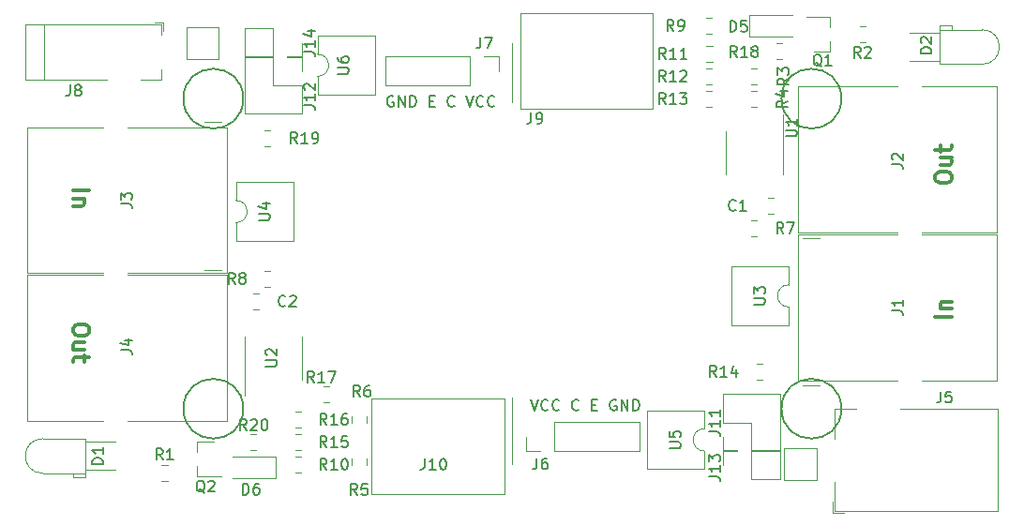
<source format=gbr>
%TF.GenerationSoftware,KiCad,Pcbnew,(5.1.6)-1*%
%TF.CreationDate,2021-04-28T12:41:24+02:00*%
%TF.ProjectId,combi_button,636f6d62-695f-4627-9574-746f6e2e6b69,rev?*%
%TF.SameCoordinates,Original*%
%TF.FileFunction,Legend,Top*%
%TF.FilePolarity,Positive*%
%FSLAX46Y46*%
G04 Gerber Fmt 4.6, Leading zero omitted, Abs format (unit mm)*
G04 Created by KiCad (PCBNEW (5.1.6)-1) date 2021-04-28 12:41:24*
%MOMM*%
%LPD*%
G01*
G04 APERTURE LIST*
%ADD10C,0.300000*%
%ADD11C,0.150000*%
%ADD12C,0.120000*%
%ADD13C,0.200000*%
%ADD14C,0.100000*%
G04 APERTURE END LIST*
D10*
X61821428Y-106750000D02*
X61821428Y-107035714D01*
X61750000Y-107178571D01*
X61607142Y-107321428D01*
X61321428Y-107392857D01*
X60821428Y-107392857D01*
X60535714Y-107321428D01*
X60392857Y-107178571D01*
X60321428Y-107035714D01*
X60321428Y-106750000D01*
X60392857Y-106607142D01*
X60535714Y-106464285D01*
X60821428Y-106392857D01*
X61321428Y-106392857D01*
X61607142Y-106464285D01*
X61750000Y-106607142D01*
X61821428Y-106750000D01*
X61321428Y-108678571D02*
X60321428Y-108678571D01*
X61321428Y-108035714D02*
X60535714Y-108035714D01*
X60392857Y-108107142D01*
X60321428Y-108250000D01*
X60321428Y-108464285D01*
X60392857Y-108607142D01*
X60464285Y-108678571D01*
X61321428Y-109178571D02*
X61321428Y-109750000D01*
X61821428Y-109392857D02*
X60535714Y-109392857D01*
X60392857Y-109464285D01*
X60321428Y-109607142D01*
X60321428Y-109750000D01*
X138178571Y-93250000D02*
X138178571Y-92964285D01*
X138250000Y-92821428D01*
X138392857Y-92678571D01*
X138678571Y-92607142D01*
X139178571Y-92607142D01*
X139464285Y-92678571D01*
X139607142Y-92821428D01*
X139678571Y-92964285D01*
X139678571Y-93250000D01*
X139607142Y-93392857D01*
X139464285Y-93535714D01*
X139178571Y-93607142D01*
X138678571Y-93607142D01*
X138392857Y-93535714D01*
X138250000Y-93392857D01*
X138178571Y-93250000D01*
X138678571Y-91321428D02*
X139678571Y-91321428D01*
X138678571Y-91964285D02*
X139464285Y-91964285D01*
X139607142Y-91892857D01*
X139678571Y-91750000D01*
X139678571Y-91535714D01*
X139607142Y-91392857D01*
X139535714Y-91321428D01*
X138678571Y-90821428D02*
X138678571Y-90250000D01*
X138178571Y-90607142D02*
X139464285Y-90607142D01*
X139607142Y-90535714D01*
X139678571Y-90392857D01*
X139678571Y-90250000D01*
X60321428Y-94321428D02*
X61821428Y-94321428D01*
X61321428Y-95035714D02*
X60321428Y-95035714D01*
X61178571Y-95035714D02*
X61250000Y-95107142D01*
X61321428Y-95250000D01*
X61321428Y-95464285D01*
X61250000Y-95607142D01*
X61107142Y-95678571D01*
X60321428Y-95678571D01*
X139678571Y-105678571D02*
X138178571Y-105678571D01*
X138678571Y-104964285D02*
X139678571Y-104964285D01*
X138821428Y-104964285D02*
X138750000Y-104892857D01*
X138678571Y-104750000D01*
X138678571Y-104535714D01*
X138750000Y-104392857D01*
X138892857Y-104321428D01*
X139678571Y-104321428D01*
D11*
X89237333Y-85784000D02*
X89142095Y-85736380D01*
X88999238Y-85736380D01*
X88856380Y-85784000D01*
X88761142Y-85879238D01*
X88713523Y-85974476D01*
X88665904Y-86164952D01*
X88665904Y-86307809D01*
X88713523Y-86498285D01*
X88761142Y-86593523D01*
X88856380Y-86688761D01*
X88999238Y-86736380D01*
X89094476Y-86736380D01*
X89237333Y-86688761D01*
X89284952Y-86641142D01*
X89284952Y-86307809D01*
X89094476Y-86307809D01*
X89713523Y-86736380D02*
X89713523Y-85736380D01*
X90284952Y-86736380D01*
X90284952Y-85736380D01*
X90761142Y-86736380D02*
X90761142Y-85736380D01*
X90999238Y-85736380D01*
X91142095Y-85784000D01*
X91237333Y-85879238D01*
X91284952Y-85974476D01*
X91332571Y-86164952D01*
X91332571Y-86307809D01*
X91284952Y-86498285D01*
X91237333Y-86593523D01*
X91142095Y-86688761D01*
X90999238Y-86736380D01*
X90761142Y-86736380D01*
X92523047Y-86212571D02*
X92856380Y-86212571D01*
X92999238Y-86736380D02*
X92523047Y-86736380D01*
X92523047Y-85736380D01*
X92999238Y-85736380D01*
X94761142Y-86641142D02*
X94713523Y-86688761D01*
X94570666Y-86736380D01*
X94475428Y-86736380D01*
X94332571Y-86688761D01*
X94237333Y-86593523D01*
X94189714Y-86498285D01*
X94142095Y-86307809D01*
X94142095Y-86164952D01*
X94189714Y-85974476D01*
X94237333Y-85879238D01*
X94332571Y-85784000D01*
X94475428Y-85736380D01*
X94570666Y-85736380D01*
X94713523Y-85784000D01*
X94761142Y-85831619D01*
X95808761Y-85736380D02*
X96142095Y-86736380D01*
X96475428Y-85736380D01*
X97380190Y-86641142D02*
X97332571Y-86688761D01*
X97189714Y-86736380D01*
X97094476Y-86736380D01*
X96951619Y-86688761D01*
X96856380Y-86593523D01*
X96808761Y-86498285D01*
X96761142Y-86307809D01*
X96761142Y-86164952D01*
X96808761Y-85974476D01*
X96856380Y-85879238D01*
X96951619Y-85784000D01*
X97094476Y-85736380D01*
X97189714Y-85736380D01*
X97332571Y-85784000D01*
X97380190Y-85831619D01*
X98380190Y-86641142D02*
X98332571Y-86688761D01*
X98189714Y-86736380D01*
X98094476Y-86736380D01*
X97951619Y-86688761D01*
X97856380Y-86593523D01*
X97808761Y-86498285D01*
X97761142Y-86307809D01*
X97761142Y-86164952D01*
X97808761Y-85974476D01*
X97856380Y-85879238D01*
X97951619Y-85784000D01*
X98094476Y-85736380D01*
X98189714Y-85736380D01*
X98332571Y-85784000D01*
X98380190Y-85831619D01*
X101651619Y-113168380D02*
X101984952Y-114168380D01*
X102318285Y-113168380D01*
X103223047Y-114073142D02*
X103175428Y-114120761D01*
X103032571Y-114168380D01*
X102937333Y-114168380D01*
X102794476Y-114120761D01*
X102699238Y-114025523D01*
X102651619Y-113930285D01*
X102604000Y-113739809D01*
X102604000Y-113596952D01*
X102651619Y-113406476D01*
X102699238Y-113311238D01*
X102794476Y-113216000D01*
X102937333Y-113168380D01*
X103032571Y-113168380D01*
X103175428Y-113216000D01*
X103223047Y-113263619D01*
X104223047Y-114073142D02*
X104175428Y-114120761D01*
X104032571Y-114168380D01*
X103937333Y-114168380D01*
X103794476Y-114120761D01*
X103699238Y-114025523D01*
X103651619Y-113930285D01*
X103604000Y-113739809D01*
X103604000Y-113596952D01*
X103651619Y-113406476D01*
X103699238Y-113311238D01*
X103794476Y-113216000D01*
X103937333Y-113168380D01*
X104032571Y-113168380D01*
X104175428Y-113216000D01*
X104223047Y-113263619D01*
X105984952Y-114073142D02*
X105937333Y-114120761D01*
X105794476Y-114168380D01*
X105699238Y-114168380D01*
X105556380Y-114120761D01*
X105461142Y-114025523D01*
X105413523Y-113930285D01*
X105365904Y-113739809D01*
X105365904Y-113596952D01*
X105413523Y-113406476D01*
X105461142Y-113311238D01*
X105556380Y-113216000D01*
X105699238Y-113168380D01*
X105794476Y-113168380D01*
X105937333Y-113216000D01*
X105984952Y-113263619D01*
X107175428Y-113644571D02*
X107508761Y-113644571D01*
X107651619Y-114168380D02*
X107175428Y-114168380D01*
X107175428Y-113168380D01*
X107651619Y-113168380D01*
X109365904Y-113216000D02*
X109270666Y-113168380D01*
X109127809Y-113168380D01*
X108984952Y-113216000D01*
X108889714Y-113311238D01*
X108842095Y-113406476D01*
X108794476Y-113596952D01*
X108794476Y-113739809D01*
X108842095Y-113930285D01*
X108889714Y-114025523D01*
X108984952Y-114120761D01*
X109127809Y-114168380D01*
X109223047Y-114168380D01*
X109365904Y-114120761D01*
X109413523Y-114073142D01*
X109413523Y-113739809D01*
X109223047Y-113739809D01*
X109842095Y-114168380D02*
X109842095Y-113168380D01*
X110413523Y-114168380D01*
X110413523Y-113168380D01*
X110889714Y-114168380D02*
X110889714Y-113168380D01*
X111127809Y-113168380D01*
X111270666Y-113216000D01*
X111365904Y-113311238D01*
X111413523Y-113406476D01*
X111461142Y-113596952D01*
X111461142Y-113739809D01*
X111413523Y-113930285D01*
X111365904Y-114025523D01*
X111270666Y-114120761D01*
X111127809Y-114168380D01*
X110889714Y-114168380D01*
D12*
X100000000Y-113000000D02*
X100000000Y-119000000D01*
X100000000Y-86284000D02*
X100000000Y-81000000D01*
D13*
X129700000Y-86000000D02*
G75*
G03*
X129700000Y-86000000I-2700000J0D01*
G01*
X129700000Y-114000000D02*
G75*
G03*
X129700000Y-114000000I-2700000J0D01*
G01*
X75700000Y-114000000D02*
G75*
G03*
X75700000Y-114000000I-2700000J0D01*
G01*
X75700000Y-86000000D02*
G75*
G03*
X75700000Y-86000000I-2700000J0D01*
G01*
D12*
%TO.C,R20*%
X76893252Y-117728000D02*
X76370748Y-117728000D01*
X76893252Y-116308000D02*
X76370748Y-116308000D01*
%TO.C,D6*%
X78628000Y-120304000D02*
X78628000Y-118304000D01*
X78628000Y-118304000D02*
X74728000Y-118304000D01*
X78628000Y-120304000D02*
X74728000Y-120304000D01*
%TO.C,U6*%
X82414000Y-83982000D02*
X82414000Y-85632000D01*
X82414000Y-85632000D02*
X87614000Y-85632000D01*
X87614000Y-85632000D02*
X87614000Y-80332000D01*
X87614000Y-80332000D02*
X82414000Y-80332000D01*
X82414000Y-80332000D02*
X82414000Y-81982000D01*
X82414000Y-81982000D02*
G75*
G02*
X82414000Y-83982000I0J-1000000D01*
G01*
%TO.C,R19*%
X78163252Y-90296000D02*
X77640748Y-90296000D01*
X78163252Y-88876000D02*
X77640748Y-88876000D01*
%TO.C,J14*%
X78410000Y-79620000D02*
X78410000Y-82280000D01*
X78410000Y-79620000D02*
X75810000Y-79620000D01*
X75810000Y-79620000D02*
X75810000Y-82280000D01*
X78410000Y-82280000D02*
X75810000Y-82280000D01*
X81010000Y-82280000D02*
X79680000Y-82280000D01*
X81010000Y-80950000D02*
X81010000Y-82280000D01*
%TO.C,J13*%
X121590000Y-120380000D02*
X121590000Y-117720000D01*
X121590000Y-120380000D02*
X124190000Y-120380000D01*
X124190000Y-120380000D02*
X124190000Y-117720000D01*
X121590000Y-117720000D02*
X124190000Y-117720000D01*
X118990000Y-117720000D02*
X120320000Y-117720000D01*
X118990000Y-119050000D02*
X118990000Y-117720000D01*
%TO.C,R18*%
X123868748Y-81002000D02*
X124391252Y-81002000D01*
X123868748Y-82422000D02*
X124391252Y-82422000D01*
%TO.C,D5*%
X121372000Y-78426000D02*
X121372000Y-80426000D01*
X121372000Y-80426000D02*
X125272000Y-80426000D01*
X121372000Y-78426000D02*
X125272000Y-78426000D01*
%TO.C,J6*%
X101210000Y-117840000D02*
X101210000Y-116510000D01*
X102540000Y-117840000D02*
X101210000Y-117840000D01*
X103810000Y-117840000D02*
X103810000Y-115180000D01*
X103810000Y-115180000D02*
X111490000Y-115180000D01*
X103810000Y-117840000D02*
X111490000Y-117840000D01*
X111490000Y-117840000D02*
X111490000Y-115180000D01*
%TO.C,REF\u002A\u002A*%
X70550000Y-82450000D02*
X70550000Y-79550000D01*
X73450000Y-82450000D02*
X70550000Y-82450000D01*
X73450000Y-79550000D02*
X73450000Y-82450000D01*
X70550000Y-79550000D02*
X73450000Y-79550000D01*
X124550000Y-120450000D02*
X124550000Y-117550000D01*
X127450000Y-120450000D02*
X124550000Y-120450000D01*
X127450000Y-117550000D02*
X127450000Y-120450000D01*
X124550000Y-117550000D02*
X127450000Y-117550000D01*
%TO.C,J12*%
X81010000Y-82160000D02*
X81010000Y-83490000D01*
X79680000Y-82160000D02*
X81010000Y-82160000D01*
X81010000Y-84760000D02*
X81010000Y-87360000D01*
X78410000Y-84760000D02*
X81010000Y-84760000D01*
X78410000Y-82160000D02*
X78410000Y-84760000D01*
X81010000Y-87360000D02*
X75810000Y-87360000D01*
X78410000Y-82160000D02*
X75810000Y-82160000D01*
X75810000Y-82160000D02*
X75810000Y-87360000D01*
%TO.C,J11*%
X118990000Y-117840000D02*
X118990000Y-116510000D01*
X120320000Y-117840000D02*
X118990000Y-117840000D01*
X118990000Y-115240000D02*
X118990000Y-112640000D01*
X121590000Y-115240000D02*
X118990000Y-115240000D01*
X121590000Y-117840000D02*
X121590000Y-115240000D01*
X118990000Y-112640000D02*
X124190000Y-112640000D01*
X121590000Y-117840000D02*
X124190000Y-117840000D01*
X124190000Y-117840000D02*
X124190000Y-112640000D01*
%TO.C,R17*%
X82974748Y-111990000D02*
X83497252Y-111990000D01*
X82974748Y-113410000D02*
X83497252Y-113410000D01*
%TO.C,R16*%
X80434748Y-115696000D02*
X80957252Y-115696000D01*
X80434748Y-114276000D02*
X80957252Y-114276000D01*
%TO.C,R15*%
X80434748Y-116308000D02*
X80957252Y-116308000D01*
X80434748Y-117728000D02*
X80957252Y-117728000D01*
%TO.C,J10*%
X87300000Y-113100000D02*
X87300000Y-121700000D01*
X99300000Y-113100000D02*
X87300000Y-113100000D01*
X99300000Y-121700000D02*
X99300000Y-113100000D01*
X87300000Y-121700000D02*
X99300000Y-121700000D01*
%TO.C,J9*%
X112700000Y-86900000D02*
X112700000Y-78300000D01*
X100700000Y-86900000D02*
X112700000Y-86900000D01*
X100700000Y-78300000D02*
X100700000Y-86900000D01*
X112700000Y-78300000D02*
X100700000Y-78300000D01*
%TO.C,U5*%
X117330000Y-119460000D02*
X117330000Y-117810000D01*
X112130000Y-119460000D02*
X117330000Y-119460000D01*
X112130000Y-114160000D02*
X112130000Y-119460000D01*
X117330000Y-114160000D02*
X112130000Y-114160000D01*
X117330000Y-115810000D02*
X117330000Y-114160000D01*
X117330000Y-117810000D02*
G75*
G02*
X117330000Y-115810000I0J1000000D01*
G01*
%TO.C,R14*%
X122090748Y-109958000D02*
X122613252Y-109958000D01*
X122090748Y-111378000D02*
X122613252Y-111378000D01*
%TO.C,R13*%
X117509748Y-86740000D02*
X118032252Y-86740000D01*
X117509748Y-85320000D02*
X118032252Y-85320000D01*
%TO.C,R12*%
X118032252Y-83288000D02*
X117509748Y-83288000D01*
X118032252Y-84708000D02*
X117509748Y-84708000D01*
%TO.C,R11*%
X117527748Y-82676000D02*
X118050252Y-82676000D01*
X117527748Y-81256000D02*
X118050252Y-81256000D01*
%TO.C,R10*%
X80434748Y-119760000D02*
X80957252Y-119760000D01*
X80434748Y-118340000D02*
X80957252Y-118340000D01*
%TO.C,R9*%
X118032252Y-78716000D02*
X117509748Y-78716000D01*
X118032252Y-80136000D02*
X117509748Y-80136000D01*
%TO.C,R8*%
X78163252Y-102996000D02*
X77640748Y-102996000D01*
X78163252Y-101576000D02*
X77640748Y-101576000D01*
%TO.C,R7*%
X121582748Y-97004000D02*
X122105252Y-97004000D01*
X121582748Y-98424000D02*
X122105252Y-98424000D01*
%TO.C,Q2*%
X71554000Y-116962000D02*
X71554000Y-117892000D01*
X71554000Y-120122000D02*
X71554000Y-119192000D01*
X71554000Y-120122000D02*
X73714000Y-120122000D01*
X71554000Y-116962000D02*
X73014000Y-116962000D01*
%TO.C,Q1*%
X128700000Y-81768000D02*
X128700000Y-80838000D01*
X128700000Y-78608000D02*
X128700000Y-79538000D01*
X128700000Y-78608000D02*
X126540000Y-78608000D01*
X128700000Y-81768000D02*
X127240000Y-81768000D01*
%TO.C,U4*%
X75048000Y-97190000D02*
X75048000Y-98840000D01*
X75048000Y-98840000D02*
X80248000Y-98840000D01*
X80248000Y-98840000D02*
X80248000Y-93540000D01*
X80248000Y-93540000D02*
X75048000Y-93540000D01*
X75048000Y-93540000D02*
X75048000Y-95190000D01*
X75048000Y-95190000D02*
G75*
G02*
X75048000Y-97190000I0J-1000000D01*
G01*
%TO.C,U3*%
X124952000Y-102810000D02*
X124952000Y-101160000D01*
X124952000Y-101160000D02*
X119752000Y-101160000D01*
X119752000Y-101160000D02*
X119752000Y-106460000D01*
X119752000Y-106460000D02*
X124952000Y-106460000D01*
X124952000Y-106460000D02*
X124952000Y-104810000D01*
X124952000Y-104810000D02*
G75*
G02*
X124952000Y-102810000I0J1000000D01*
G01*
%TO.C,U2*%
X80970000Y-109398000D02*
X80970000Y-107448000D01*
X80970000Y-109398000D02*
X80970000Y-111348000D01*
X75850000Y-109398000D02*
X75850000Y-107448000D01*
X75850000Y-109398000D02*
X75850000Y-112848000D01*
%TO.C,C2*%
X76624748Y-103608000D02*
X77147252Y-103608000D01*
X76624748Y-105028000D02*
X77147252Y-105028000D01*
%TO.C,U1*%
X119284000Y-90856000D02*
X119284000Y-92806000D01*
X119284000Y-90856000D02*
X119284000Y-88906000D01*
X124404000Y-90856000D02*
X124404000Y-92806000D01*
X124404000Y-90856000D02*
X124404000Y-87406000D01*
%TO.C,C1*%
X123629252Y-96392000D02*
X123106748Y-96392000D01*
X123629252Y-94972000D02*
X123106748Y-94972000D01*
%TO.C,R6*%
X85447000Y-115247252D02*
X85447000Y-114724748D01*
X86867000Y-115247252D02*
X86867000Y-114724748D01*
%TO.C,R5*%
X85447000Y-119057252D02*
X85447000Y-118534748D01*
X86867000Y-119057252D02*
X86867000Y-118534748D01*
%TO.C,R4*%
X122105252Y-86740000D02*
X121582748Y-86740000D01*
X122105252Y-85320000D02*
X121582748Y-85320000D01*
%TO.C,R3*%
X121573748Y-83288000D02*
X122096252Y-83288000D01*
X121573748Y-84708000D02*
X122096252Y-84708000D01*
%TO.C,R2*%
X131861252Y-80910000D02*
X131338748Y-80910000D01*
X131861252Y-79490000D02*
X131338748Y-79490000D01*
%TO.C,R1*%
X68338748Y-119090000D02*
X68861252Y-119090000D01*
X68338748Y-120510000D02*
X68861252Y-120510000D01*
%TO.C,D2*%
X138550000Y-82890000D02*
X142410000Y-82890000D01*
X138550000Y-79770000D02*
X142410000Y-79770000D01*
X138550000Y-82890000D02*
X138550000Y-79770000D01*
X138550000Y-79370000D02*
X139670000Y-79370000D01*
X139670000Y-79370000D02*
X139670000Y-79770000D01*
X139670000Y-79770000D02*
X138550000Y-79770000D01*
X138550000Y-79770000D02*
X138550000Y-79370000D01*
X135880000Y-82600000D02*
X138550000Y-82600000D01*
X138550000Y-82600000D02*
X138550000Y-82600000D01*
X138550000Y-82600000D02*
X135880000Y-82600000D01*
X135880000Y-82600000D02*
X135880000Y-82600000D01*
X135880000Y-80060000D02*
X138550000Y-80060000D01*
X138550000Y-80060000D02*
X138550000Y-80060000D01*
X138550000Y-80060000D02*
X135880000Y-80060000D01*
X135880000Y-80060000D02*
X135880000Y-80060000D01*
X142410000Y-79770000D02*
G75*
G02*
X142410000Y-82890000I0J-1560000D01*
G01*
%TO.C,D1*%
X61450000Y-116710000D02*
X57590000Y-116710000D01*
X61450000Y-119830000D02*
X57590000Y-119830000D01*
X61450000Y-116710000D02*
X61450000Y-119830000D01*
X61450000Y-120230000D02*
X60330000Y-120230000D01*
X60330000Y-120230000D02*
X60330000Y-119830000D01*
X60330000Y-119830000D02*
X61450000Y-119830000D01*
X61450000Y-119830000D02*
X61450000Y-120230000D01*
X64120000Y-117000000D02*
X61450000Y-117000000D01*
X61450000Y-117000000D02*
X61450000Y-117000000D01*
X61450000Y-117000000D02*
X64120000Y-117000000D01*
X64120000Y-117000000D02*
X64120000Y-117000000D01*
X64120000Y-119540000D02*
X61450000Y-119540000D01*
X61450000Y-119540000D02*
X61450000Y-119540000D01*
X61450000Y-119540000D02*
X64120000Y-119540000D01*
X64120000Y-119540000D02*
X64120000Y-119540000D01*
X57590000Y-119830000D02*
G75*
G02*
X57590000Y-116710000I0J1560000D01*
G01*
%TO.C,J8*%
X68500000Y-79100000D02*
X68500000Y-79900000D01*
X68500000Y-79100000D02*
X67700000Y-79100000D01*
X63400000Y-84300000D02*
X56000000Y-84300000D01*
X56000000Y-84300000D02*
X56000000Y-79300000D01*
X68300000Y-83400000D02*
X68300000Y-84300000D01*
X68300000Y-84300000D02*
X66400000Y-84300000D01*
X56000000Y-79300000D02*
X68300000Y-79300000D01*
X68300000Y-79300000D02*
X68300000Y-80200000D01*
X57700000Y-84300000D02*
X57700000Y-79300000D01*
%TO.C,J7*%
X98790000Y-82160000D02*
X98790000Y-83490000D01*
X97460000Y-82160000D02*
X98790000Y-82160000D01*
X96190000Y-82160000D02*
X96190000Y-84820000D01*
X96190000Y-84820000D02*
X88510000Y-84820000D01*
X96190000Y-82160000D02*
X88510000Y-82160000D01*
X88510000Y-82160000D02*
X88510000Y-84820000D01*
%TO.C,J5*%
X128900000Y-122350000D02*
X128900000Y-123400000D01*
X129950000Y-123400000D02*
X128900000Y-123400000D01*
X135000000Y-114000000D02*
X143800000Y-114000000D01*
X143800000Y-114000000D02*
X143800000Y-123200000D01*
X129100000Y-116700000D02*
X129100000Y-114000000D01*
X129100000Y-114000000D02*
X131000000Y-114000000D01*
X143800000Y-123200000D02*
X129100000Y-123200000D01*
X129100000Y-123200000D02*
X129100000Y-120600000D01*
%TO.C,J4*%
X72230000Y-101435000D02*
X73760000Y-101435000D01*
X65210000Y-101905000D02*
X74230000Y-101905000D01*
D14*
X65280000Y-101905000D02*
X65210000Y-101905000D01*
D12*
X56230000Y-101905000D02*
X63010000Y-101905000D01*
X56230000Y-115105000D02*
X56230000Y-101905000D01*
D14*
X56240000Y-115105000D02*
X56230000Y-115105000D01*
D12*
X56230000Y-115105000D02*
X63010000Y-115105000D01*
D14*
X56350000Y-115105000D02*
X56230000Y-115105000D01*
D12*
X74230000Y-115105000D02*
X65210000Y-115105000D01*
X74230000Y-101905000D02*
X74230000Y-115105000D01*
%TO.C,J3*%
X72230000Y-88100000D02*
X73760000Y-88100000D01*
X65210000Y-88570000D02*
X74230000Y-88570000D01*
D14*
X65280000Y-88570000D02*
X65210000Y-88570000D01*
D12*
X56230000Y-88570000D02*
X63010000Y-88570000D01*
X56230000Y-101770000D02*
X56230000Y-88570000D01*
D14*
X56240000Y-101770000D02*
X56230000Y-101770000D01*
D12*
X56230000Y-101770000D02*
X63010000Y-101770000D01*
D14*
X56350000Y-101770000D02*
X56230000Y-101770000D01*
D12*
X74230000Y-101770000D02*
X65210000Y-101770000D01*
X74230000Y-88570000D02*
X74230000Y-101770000D01*
%TO.C,J2*%
X127770000Y-98565000D02*
X126240000Y-98565000D01*
X134790000Y-98095000D02*
X125770000Y-98095000D01*
D14*
X134720000Y-98095000D02*
X134790000Y-98095000D01*
D12*
X143770000Y-98095000D02*
X136990000Y-98095000D01*
X143770000Y-84895000D02*
X143770000Y-98095000D01*
D14*
X143760000Y-84895000D02*
X143770000Y-84895000D01*
D12*
X143770000Y-84895000D02*
X136990000Y-84895000D01*
D14*
X143650000Y-84895000D02*
X143770000Y-84895000D01*
D12*
X125770000Y-84895000D02*
X134790000Y-84895000D01*
X125770000Y-98095000D02*
X125770000Y-84895000D01*
%TO.C,J1*%
X127770000Y-111900000D02*
X126240000Y-111900000D01*
X134790000Y-111430000D02*
X125770000Y-111430000D01*
D14*
X134720000Y-111430000D02*
X134790000Y-111430000D01*
D12*
X143770000Y-111430000D02*
X136990000Y-111430000D01*
X143770000Y-98230000D02*
X143770000Y-111430000D01*
D14*
X143760000Y-98230000D02*
X143770000Y-98230000D01*
D12*
X143770000Y-98230000D02*
X136990000Y-98230000D01*
D14*
X143650000Y-98230000D02*
X143770000Y-98230000D01*
D12*
X125770000Y-98230000D02*
X134790000Y-98230000D01*
X125770000Y-111430000D02*
X125770000Y-98230000D01*
%TO.C,R20*%
D11*
X75989142Y-115946380D02*
X75655809Y-115470190D01*
X75417714Y-115946380D02*
X75417714Y-114946380D01*
X75798666Y-114946380D01*
X75893904Y-114994000D01*
X75941523Y-115041619D01*
X75989142Y-115136857D01*
X75989142Y-115279714D01*
X75941523Y-115374952D01*
X75893904Y-115422571D01*
X75798666Y-115470190D01*
X75417714Y-115470190D01*
X76370095Y-115041619D02*
X76417714Y-114994000D01*
X76512952Y-114946380D01*
X76751047Y-114946380D01*
X76846285Y-114994000D01*
X76893904Y-115041619D01*
X76941523Y-115136857D01*
X76941523Y-115232095D01*
X76893904Y-115374952D01*
X76322476Y-115946380D01*
X76941523Y-115946380D01*
X77560571Y-114946380D02*
X77655809Y-114946380D01*
X77751047Y-114994000D01*
X77798666Y-115041619D01*
X77846285Y-115136857D01*
X77893904Y-115327333D01*
X77893904Y-115565428D01*
X77846285Y-115755904D01*
X77798666Y-115851142D01*
X77751047Y-115898761D01*
X77655809Y-115946380D01*
X77560571Y-115946380D01*
X77465333Y-115898761D01*
X77417714Y-115851142D01*
X77370095Y-115755904D01*
X77322476Y-115565428D01*
X77322476Y-115327333D01*
X77370095Y-115136857D01*
X77417714Y-115041619D01*
X77465333Y-114994000D01*
X77560571Y-114946380D01*
%TO.C,D6*%
X75639904Y-121756380D02*
X75639904Y-120756380D01*
X75878000Y-120756380D01*
X76020857Y-120804000D01*
X76116095Y-120899238D01*
X76163714Y-120994476D01*
X76211333Y-121184952D01*
X76211333Y-121327809D01*
X76163714Y-121518285D01*
X76116095Y-121613523D01*
X76020857Y-121708761D01*
X75878000Y-121756380D01*
X75639904Y-121756380D01*
X77068476Y-120756380D02*
X76878000Y-120756380D01*
X76782761Y-120804000D01*
X76735142Y-120851619D01*
X76639904Y-120994476D01*
X76592285Y-121184952D01*
X76592285Y-121565904D01*
X76639904Y-121661142D01*
X76687523Y-121708761D01*
X76782761Y-121756380D01*
X76973238Y-121756380D01*
X77068476Y-121708761D01*
X77116095Y-121661142D01*
X77163714Y-121565904D01*
X77163714Y-121327809D01*
X77116095Y-121232571D01*
X77068476Y-121184952D01*
X76973238Y-121137333D01*
X76782761Y-121137333D01*
X76687523Y-121184952D01*
X76639904Y-121232571D01*
X76592285Y-121327809D01*
%TO.C,U6*%
X84212380Y-83743904D02*
X85021904Y-83743904D01*
X85117142Y-83696285D01*
X85164761Y-83648666D01*
X85212380Y-83553428D01*
X85212380Y-83362952D01*
X85164761Y-83267714D01*
X85117142Y-83220095D01*
X85021904Y-83172476D01*
X84212380Y-83172476D01*
X84212380Y-82267714D02*
X84212380Y-82458190D01*
X84260000Y-82553428D01*
X84307619Y-82601047D01*
X84450476Y-82696285D01*
X84640952Y-82743904D01*
X85021904Y-82743904D01*
X85117142Y-82696285D01*
X85164761Y-82648666D01*
X85212380Y-82553428D01*
X85212380Y-82362952D01*
X85164761Y-82267714D01*
X85117142Y-82220095D01*
X85021904Y-82172476D01*
X84783809Y-82172476D01*
X84688571Y-82220095D01*
X84640952Y-82267714D01*
X84593333Y-82362952D01*
X84593333Y-82553428D01*
X84640952Y-82648666D01*
X84688571Y-82696285D01*
X84783809Y-82743904D01*
%TO.C,R19*%
X80561142Y-90038380D02*
X80227809Y-89562190D01*
X79989714Y-90038380D02*
X79989714Y-89038380D01*
X80370666Y-89038380D01*
X80465904Y-89086000D01*
X80513523Y-89133619D01*
X80561142Y-89228857D01*
X80561142Y-89371714D01*
X80513523Y-89466952D01*
X80465904Y-89514571D01*
X80370666Y-89562190D01*
X79989714Y-89562190D01*
X81513523Y-90038380D02*
X80942095Y-90038380D01*
X81227809Y-90038380D02*
X81227809Y-89038380D01*
X81132571Y-89181238D01*
X81037333Y-89276476D01*
X80942095Y-89324095D01*
X81989714Y-90038380D02*
X82180190Y-90038380D01*
X82275428Y-89990761D01*
X82323047Y-89943142D01*
X82418285Y-89800285D01*
X82465904Y-89609809D01*
X82465904Y-89228857D01*
X82418285Y-89133619D01*
X82370666Y-89086000D01*
X82275428Y-89038380D01*
X82084952Y-89038380D01*
X81989714Y-89086000D01*
X81942095Y-89133619D01*
X81894476Y-89228857D01*
X81894476Y-89466952D01*
X81942095Y-89562190D01*
X81989714Y-89609809D01*
X82084952Y-89657428D01*
X82275428Y-89657428D01*
X82370666Y-89609809D01*
X82418285Y-89562190D01*
X82465904Y-89466952D01*
%TO.C,J14*%
X81164380Y-81759523D02*
X81878666Y-81759523D01*
X82021523Y-81807142D01*
X82116761Y-81902380D01*
X82164380Y-82045238D01*
X82164380Y-82140476D01*
X82164380Y-80759523D02*
X82164380Y-81330952D01*
X82164380Y-81045238D02*
X81164380Y-81045238D01*
X81307238Y-81140476D01*
X81402476Y-81235714D01*
X81450095Y-81330952D01*
X81497714Y-79902380D02*
X82164380Y-79902380D01*
X81116761Y-80140476D02*
X81831047Y-80378571D01*
X81831047Y-79759523D01*
%TO.C,J13*%
X117740380Y-120113523D02*
X118454666Y-120113523D01*
X118597523Y-120161142D01*
X118692761Y-120256380D01*
X118740380Y-120399238D01*
X118740380Y-120494476D01*
X118740380Y-119113523D02*
X118740380Y-119684952D01*
X118740380Y-119399238D02*
X117740380Y-119399238D01*
X117883238Y-119494476D01*
X117978476Y-119589714D01*
X118026095Y-119684952D01*
X117740380Y-118780190D02*
X117740380Y-118161142D01*
X118121333Y-118494476D01*
X118121333Y-118351619D01*
X118168952Y-118256380D01*
X118216571Y-118208761D01*
X118311809Y-118161142D01*
X118549904Y-118161142D01*
X118645142Y-118208761D01*
X118692761Y-118256380D01*
X118740380Y-118351619D01*
X118740380Y-118637333D01*
X118692761Y-118732571D01*
X118645142Y-118780190D01*
%TO.C,R18*%
X120261142Y-82240380D02*
X119927809Y-81764190D01*
X119689714Y-82240380D02*
X119689714Y-81240380D01*
X120070666Y-81240380D01*
X120165904Y-81288000D01*
X120213523Y-81335619D01*
X120261142Y-81430857D01*
X120261142Y-81573714D01*
X120213523Y-81668952D01*
X120165904Y-81716571D01*
X120070666Y-81764190D01*
X119689714Y-81764190D01*
X121213523Y-82240380D02*
X120642095Y-82240380D01*
X120927809Y-82240380D02*
X120927809Y-81240380D01*
X120832571Y-81383238D01*
X120737333Y-81478476D01*
X120642095Y-81526095D01*
X121784952Y-81668952D02*
X121689714Y-81621333D01*
X121642095Y-81573714D01*
X121594476Y-81478476D01*
X121594476Y-81430857D01*
X121642095Y-81335619D01*
X121689714Y-81288000D01*
X121784952Y-81240380D01*
X121975428Y-81240380D01*
X122070666Y-81288000D01*
X122118285Y-81335619D01*
X122165904Y-81430857D01*
X122165904Y-81478476D01*
X122118285Y-81573714D01*
X122070666Y-81621333D01*
X121975428Y-81668952D01*
X121784952Y-81668952D01*
X121689714Y-81716571D01*
X121642095Y-81764190D01*
X121594476Y-81859428D01*
X121594476Y-82049904D01*
X121642095Y-82145142D01*
X121689714Y-82192761D01*
X121784952Y-82240380D01*
X121975428Y-82240380D01*
X122070666Y-82192761D01*
X122118285Y-82145142D01*
X122165904Y-82049904D01*
X122165904Y-81859428D01*
X122118285Y-81764190D01*
X122070666Y-81716571D01*
X121975428Y-81668952D01*
%TO.C,D5*%
X119657904Y-79954380D02*
X119657904Y-78954380D01*
X119896000Y-78954380D01*
X120038857Y-79002000D01*
X120134095Y-79097238D01*
X120181714Y-79192476D01*
X120229333Y-79382952D01*
X120229333Y-79525809D01*
X120181714Y-79716285D01*
X120134095Y-79811523D01*
X120038857Y-79906761D01*
X119896000Y-79954380D01*
X119657904Y-79954380D01*
X121134095Y-78954380D02*
X120657904Y-78954380D01*
X120610285Y-79430571D01*
X120657904Y-79382952D01*
X120753142Y-79335333D01*
X120991238Y-79335333D01*
X121086476Y-79382952D01*
X121134095Y-79430571D01*
X121181714Y-79525809D01*
X121181714Y-79763904D01*
X121134095Y-79859142D01*
X121086476Y-79906761D01*
X120991238Y-79954380D01*
X120753142Y-79954380D01*
X120657904Y-79906761D01*
X120610285Y-79859142D01*
%TO.C,J6*%
X102206666Y-118462380D02*
X102206666Y-119176666D01*
X102159047Y-119319523D01*
X102063809Y-119414761D01*
X101920952Y-119462380D01*
X101825714Y-119462380D01*
X103111428Y-118462380D02*
X102920952Y-118462380D01*
X102825714Y-118510000D01*
X102778095Y-118557619D01*
X102682857Y-118700476D01*
X102635238Y-118890952D01*
X102635238Y-119271904D01*
X102682857Y-119367142D01*
X102730476Y-119414761D01*
X102825714Y-119462380D01*
X103016190Y-119462380D01*
X103111428Y-119414761D01*
X103159047Y-119367142D01*
X103206666Y-119271904D01*
X103206666Y-119033809D01*
X103159047Y-118938571D01*
X103111428Y-118890952D01*
X103016190Y-118843333D01*
X102825714Y-118843333D01*
X102730476Y-118890952D01*
X102682857Y-118938571D01*
X102635238Y-119033809D01*
%TO.C,J12*%
X81164380Y-86585523D02*
X81878666Y-86585523D01*
X82021523Y-86633142D01*
X82116761Y-86728380D01*
X82164380Y-86871238D01*
X82164380Y-86966476D01*
X82164380Y-85585523D02*
X82164380Y-86156952D01*
X82164380Y-85871238D02*
X81164380Y-85871238D01*
X81307238Y-85966476D01*
X81402476Y-86061714D01*
X81450095Y-86156952D01*
X81259619Y-85204571D02*
X81212000Y-85156952D01*
X81164380Y-85061714D01*
X81164380Y-84823619D01*
X81212000Y-84728380D01*
X81259619Y-84680761D01*
X81354857Y-84633142D01*
X81450095Y-84633142D01*
X81592952Y-84680761D01*
X82164380Y-85252190D01*
X82164380Y-84633142D01*
%TO.C,J11*%
X117740380Y-116049523D02*
X118454666Y-116049523D01*
X118597523Y-116097142D01*
X118692761Y-116192380D01*
X118740380Y-116335238D01*
X118740380Y-116430476D01*
X118740380Y-115049523D02*
X118740380Y-115620952D01*
X118740380Y-115335238D02*
X117740380Y-115335238D01*
X117883238Y-115430476D01*
X117978476Y-115525714D01*
X118026095Y-115620952D01*
X118740380Y-114097142D02*
X118740380Y-114668571D01*
X118740380Y-114382857D02*
X117740380Y-114382857D01*
X117883238Y-114478095D01*
X117978476Y-114573333D01*
X118026095Y-114668571D01*
%TO.C,R17*%
X82085142Y-111628380D02*
X81751809Y-111152190D01*
X81513714Y-111628380D02*
X81513714Y-110628380D01*
X81894666Y-110628380D01*
X81989904Y-110676000D01*
X82037523Y-110723619D01*
X82085142Y-110818857D01*
X82085142Y-110961714D01*
X82037523Y-111056952D01*
X81989904Y-111104571D01*
X81894666Y-111152190D01*
X81513714Y-111152190D01*
X83037523Y-111628380D02*
X82466095Y-111628380D01*
X82751809Y-111628380D02*
X82751809Y-110628380D01*
X82656571Y-110771238D01*
X82561333Y-110866476D01*
X82466095Y-110914095D01*
X83370857Y-110628380D02*
X84037523Y-110628380D01*
X83608952Y-111628380D01*
%TO.C,R16*%
X83228142Y-115438380D02*
X82894809Y-114962190D01*
X82656714Y-115438380D02*
X82656714Y-114438380D01*
X83037666Y-114438380D01*
X83132904Y-114486000D01*
X83180523Y-114533619D01*
X83228142Y-114628857D01*
X83228142Y-114771714D01*
X83180523Y-114866952D01*
X83132904Y-114914571D01*
X83037666Y-114962190D01*
X82656714Y-114962190D01*
X84180523Y-115438380D02*
X83609095Y-115438380D01*
X83894809Y-115438380D02*
X83894809Y-114438380D01*
X83799571Y-114581238D01*
X83704333Y-114676476D01*
X83609095Y-114724095D01*
X85037666Y-114438380D02*
X84847190Y-114438380D01*
X84751952Y-114486000D01*
X84704333Y-114533619D01*
X84609095Y-114676476D01*
X84561476Y-114866952D01*
X84561476Y-115247904D01*
X84609095Y-115343142D01*
X84656714Y-115390761D01*
X84751952Y-115438380D01*
X84942428Y-115438380D01*
X85037666Y-115390761D01*
X85085285Y-115343142D01*
X85132904Y-115247904D01*
X85132904Y-115009809D01*
X85085285Y-114914571D01*
X85037666Y-114866952D01*
X84942428Y-114819333D01*
X84751952Y-114819333D01*
X84656714Y-114866952D01*
X84609095Y-114914571D01*
X84561476Y-115009809D01*
%TO.C,R15*%
X83228142Y-117470380D02*
X82894809Y-116994190D01*
X82656714Y-117470380D02*
X82656714Y-116470380D01*
X83037666Y-116470380D01*
X83132904Y-116518000D01*
X83180523Y-116565619D01*
X83228142Y-116660857D01*
X83228142Y-116803714D01*
X83180523Y-116898952D01*
X83132904Y-116946571D01*
X83037666Y-116994190D01*
X82656714Y-116994190D01*
X84180523Y-117470380D02*
X83609095Y-117470380D01*
X83894809Y-117470380D02*
X83894809Y-116470380D01*
X83799571Y-116613238D01*
X83704333Y-116708476D01*
X83609095Y-116756095D01*
X85085285Y-116470380D02*
X84609095Y-116470380D01*
X84561476Y-116946571D01*
X84609095Y-116898952D01*
X84704333Y-116851333D01*
X84942428Y-116851333D01*
X85037666Y-116898952D01*
X85085285Y-116946571D01*
X85132904Y-117041809D01*
X85132904Y-117279904D01*
X85085285Y-117375142D01*
X85037666Y-117422761D01*
X84942428Y-117470380D01*
X84704333Y-117470380D01*
X84609095Y-117422761D01*
X84561476Y-117375142D01*
%TO.C,J10*%
X92078476Y-118502380D02*
X92078476Y-119216666D01*
X92030857Y-119359523D01*
X91935619Y-119454761D01*
X91792761Y-119502380D01*
X91697523Y-119502380D01*
X93078476Y-119502380D02*
X92507047Y-119502380D01*
X92792761Y-119502380D02*
X92792761Y-118502380D01*
X92697523Y-118645238D01*
X92602285Y-118740476D01*
X92507047Y-118788095D01*
X93697523Y-118502380D02*
X93792761Y-118502380D01*
X93888000Y-118550000D01*
X93935619Y-118597619D01*
X93983238Y-118692857D01*
X94030857Y-118883333D01*
X94030857Y-119121428D01*
X93983238Y-119311904D01*
X93935619Y-119407142D01*
X93888000Y-119454761D01*
X93792761Y-119502380D01*
X93697523Y-119502380D01*
X93602285Y-119454761D01*
X93554666Y-119407142D01*
X93507047Y-119311904D01*
X93459428Y-119121428D01*
X93459428Y-118883333D01*
X93507047Y-118692857D01*
X93554666Y-118597619D01*
X93602285Y-118550000D01*
X93697523Y-118502380D01*
%TO.C,J9*%
X101698666Y-87260380D02*
X101698666Y-87974666D01*
X101651047Y-88117523D01*
X101555809Y-88212761D01*
X101412952Y-88260380D01*
X101317714Y-88260380D01*
X102222476Y-88260380D02*
X102412952Y-88260380D01*
X102508190Y-88212761D01*
X102555809Y-88165142D01*
X102651047Y-88022285D01*
X102698666Y-87831809D01*
X102698666Y-87450857D01*
X102651047Y-87355619D01*
X102603428Y-87308000D01*
X102508190Y-87260380D01*
X102317714Y-87260380D01*
X102222476Y-87308000D01*
X102174857Y-87355619D01*
X102127238Y-87450857D01*
X102127238Y-87688952D01*
X102174857Y-87784190D01*
X102222476Y-87831809D01*
X102317714Y-87879428D01*
X102508190Y-87879428D01*
X102603428Y-87831809D01*
X102651047Y-87784190D01*
X102698666Y-87688952D01*
%TO.C,U5*%
X114182380Y-117571904D02*
X114991904Y-117571904D01*
X115087142Y-117524285D01*
X115134761Y-117476666D01*
X115182380Y-117381428D01*
X115182380Y-117190952D01*
X115134761Y-117095714D01*
X115087142Y-117048095D01*
X114991904Y-117000476D01*
X114182380Y-117000476D01*
X114182380Y-116048095D02*
X114182380Y-116524285D01*
X114658571Y-116571904D01*
X114610952Y-116524285D01*
X114563333Y-116429047D01*
X114563333Y-116190952D01*
X114610952Y-116095714D01*
X114658571Y-116048095D01*
X114753809Y-116000476D01*
X114991904Y-116000476D01*
X115087142Y-116048095D01*
X115134761Y-116095714D01*
X115182380Y-116190952D01*
X115182380Y-116429047D01*
X115134761Y-116524285D01*
X115087142Y-116571904D01*
%TO.C,R14*%
X118407142Y-111120380D02*
X118073809Y-110644190D01*
X117835714Y-111120380D02*
X117835714Y-110120380D01*
X118216666Y-110120380D01*
X118311904Y-110168000D01*
X118359523Y-110215619D01*
X118407142Y-110310857D01*
X118407142Y-110453714D01*
X118359523Y-110548952D01*
X118311904Y-110596571D01*
X118216666Y-110644190D01*
X117835714Y-110644190D01*
X119359523Y-111120380D02*
X118788095Y-111120380D01*
X119073809Y-111120380D02*
X119073809Y-110120380D01*
X118978571Y-110263238D01*
X118883333Y-110358476D01*
X118788095Y-110406095D01*
X120216666Y-110453714D02*
X120216666Y-111120380D01*
X119978571Y-110072761D02*
X119740476Y-110787047D01*
X120359523Y-110787047D01*
%TO.C,R13*%
X113826142Y-86482380D02*
X113492809Y-86006190D01*
X113254714Y-86482380D02*
X113254714Y-85482380D01*
X113635666Y-85482380D01*
X113730904Y-85530000D01*
X113778523Y-85577619D01*
X113826142Y-85672857D01*
X113826142Y-85815714D01*
X113778523Y-85910952D01*
X113730904Y-85958571D01*
X113635666Y-86006190D01*
X113254714Y-86006190D01*
X114778523Y-86482380D02*
X114207095Y-86482380D01*
X114492809Y-86482380D02*
X114492809Y-85482380D01*
X114397571Y-85625238D01*
X114302333Y-85720476D01*
X114207095Y-85768095D01*
X115111857Y-85482380D02*
X115730904Y-85482380D01*
X115397571Y-85863333D01*
X115540428Y-85863333D01*
X115635666Y-85910952D01*
X115683285Y-85958571D01*
X115730904Y-86053809D01*
X115730904Y-86291904D01*
X115683285Y-86387142D01*
X115635666Y-86434761D01*
X115540428Y-86482380D01*
X115254714Y-86482380D01*
X115159476Y-86434761D01*
X115111857Y-86387142D01*
%TO.C,R12*%
X113826142Y-84450380D02*
X113492809Y-83974190D01*
X113254714Y-84450380D02*
X113254714Y-83450380D01*
X113635666Y-83450380D01*
X113730904Y-83498000D01*
X113778523Y-83545619D01*
X113826142Y-83640857D01*
X113826142Y-83783714D01*
X113778523Y-83878952D01*
X113730904Y-83926571D01*
X113635666Y-83974190D01*
X113254714Y-83974190D01*
X114778523Y-84450380D02*
X114207095Y-84450380D01*
X114492809Y-84450380D02*
X114492809Y-83450380D01*
X114397571Y-83593238D01*
X114302333Y-83688476D01*
X114207095Y-83736095D01*
X115159476Y-83545619D02*
X115207095Y-83498000D01*
X115302333Y-83450380D01*
X115540428Y-83450380D01*
X115635666Y-83498000D01*
X115683285Y-83545619D01*
X115730904Y-83640857D01*
X115730904Y-83736095D01*
X115683285Y-83878952D01*
X115111857Y-84450380D01*
X115730904Y-84450380D01*
%TO.C,R11*%
X113844142Y-82418380D02*
X113510809Y-81942190D01*
X113272714Y-82418380D02*
X113272714Y-81418380D01*
X113653666Y-81418380D01*
X113748904Y-81466000D01*
X113796523Y-81513619D01*
X113844142Y-81608857D01*
X113844142Y-81751714D01*
X113796523Y-81846952D01*
X113748904Y-81894571D01*
X113653666Y-81942190D01*
X113272714Y-81942190D01*
X114796523Y-82418380D02*
X114225095Y-82418380D01*
X114510809Y-82418380D02*
X114510809Y-81418380D01*
X114415571Y-81561238D01*
X114320333Y-81656476D01*
X114225095Y-81704095D01*
X115748904Y-82418380D02*
X115177476Y-82418380D01*
X115463190Y-82418380D02*
X115463190Y-81418380D01*
X115367952Y-81561238D01*
X115272714Y-81656476D01*
X115177476Y-81704095D01*
%TO.C,R10*%
X83228142Y-119502380D02*
X82894809Y-119026190D01*
X82656714Y-119502380D02*
X82656714Y-118502380D01*
X83037666Y-118502380D01*
X83132904Y-118550000D01*
X83180523Y-118597619D01*
X83228142Y-118692857D01*
X83228142Y-118835714D01*
X83180523Y-118930952D01*
X83132904Y-118978571D01*
X83037666Y-119026190D01*
X82656714Y-119026190D01*
X84180523Y-119502380D02*
X83609095Y-119502380D01*
X83894809Y-119502380D02*
X83894809Y-118502380D01*
X83799571Y-118645238D01*
X83704333Y-118740476D01*
X83609095Y-118788095D01*
X84799571Y-118502380D02*
X84894809Y-118502380D01*
X84990047Y-118550000D01*
X85037666Y-118597619D01*
X85085285Y-118692857D01*
X85132904Y-118883333D01*
X85132904Y-119121428D01*
X85085285Y-119311904D01*
X85037666Y-119407142D01*
X84990047Y-119454761D01*
X84894809Y-119502380D01*
X84799571Y-119502380D01*
X84704333Y-119454761D01*
X84656714Y-119407142D01*
X84609095Y-119311904D01*
X84561476Y-119121428D01*
X84561476Y-118883333D01*
X84609095Y-118692857D01*
X84656714Y-118597619D01*
X84704333Y-118550000D01*
X84799571Y-118502380D01*
%TO.C,R9*%
X114556333Y-79878380D02*
X114223000Y-79402190D01*
X113984904Y-79878380D02*
X113984904Y-78878380D01*
X114365857Y-78878380D01*
X114461095Y-78926000D01*
X114508714Y-78973619D01*
X114556333Y-79068857D01*
X114556333Y-79211714D01*
X114508714Y-79306952D01*
X114461095Y-79354571D01*
X114365857Y-79402190D01*
X113984904Y-79402190D01*
X115032523Y-79878380D02*
X115223000Y-79878380D01*
X115318238Y-79830761D01*
X115365857Y-79783142D01*
X115461095Y-79640285D01*
X115508714Y-79449809D01*
X115508714Y-79068857D01*
X115461095Y-78973619D01*
X115413476Y-78926000D01*
X115318238Y-78878380D01*
X115127761Y-78878380D01*
X115032523Y-78926000D01*
X114984904Y-78973619D01*
X114937285Y-79068857D01*
X114937285Y-79306952D01*
X114984904Y-79402190D01*
X115032523Y-79449809D01*
X115127761Y-79497428D01*
X115318238Y-79497428D01*
X115413476Y-79449809D01*
X115461095Y-79402190D01*
X115508714Y-79306952D01*
%TO.C,R8*%
X74950333Y-102738380D02*
X74617000Y-102262190D01*
X74378904Y-102738380D02*
X74378904Y-101738380D01*
X74759857Y-101738380D01*
X74855095Y-101786000D01*
X74902714Y-101833619D01*
X74950333Y-101928857D01*
X74950333Y-102071714D01*
X74902714Y-102166952D01*
X74855095Y-102214571D01*
X74759857Y-102262190D01*
X74378904Y-102262190D01*
X75521761Y-102166952D02*
X75426523Y-102119333D01*
X75378904Y-102071714D01*
X75331285Y-101976476D01*
X75331285Y-101928857D01*
X75378904Y-101833619D01*
X75426523Y-101786000D01*
X75521761Y-101738380D01*
X75712238Y-101738380D01*
X75807476Y-101786000D01*
X75855095Y-101833619D01*
X75902714Y-101928857D01*
X75902714Y-101976476D01*
X75855095Y-102071714D01*
X75807476Y-102119333D01*
X75712238Y-102166952D01*
X75521761Y-102166952D01*
X75426523Y-102214571D01*
X75378904Y-102262190D01*
X75331285Y-102357428D01*
X75331285Y-102547904D01*
X75378904Y-102643142D01*
X75426523Y-102690761D01*
X75521761Y-102738380D01*
X75712238Y-102738380D01*
X75807476Y-102690761D01*
X75855095Y-102643142D01*
X75902714Y-102547904D01*
X75902714Y-102357428D01*
X75855095Y-102262190D01*
X75807476Y-102214571D01*
X75712238Y-102166952D01*
%TO.C,R7*%
X124471333Y-98166380D02*
X124138000Y-97690190D01*
X123899904Y-98166380D02*
X123899904Y-97166380D01*
X124280857Y-97166380D01*
X124376095Y-97214000D01*
X124423714Y-97261619D01*
X124471333Y-97356857D01*
X124471333Y-97499714D01*
X124423714Y-97594952D01*
X124376095Y-97642571D01*
X124280857Y-97690190D01*
X123899904Y-97690190D01*
X124804666Y-97166380D02*
X125471333Y-97166380D01*
X125042761Y-98166380D01*
%TO.C,Q2*%
X72218761Y-121589619D02*
X72123523Y-121542000D01*
X72028285Y-121446761D01*
X71885428Y-121303904D01*
X71790190Y-121256285D01*
X71694952Y-121256285D01*
X71742571Y-121494380D02*
X71647333Y-121446761D01*
X71552095Y-121351523D01*
X71504476Y-121161047D01*
X71504476Y-120827714D01*
X71552095Y-120637238D01*
X71647333Y-120542000D01*
X71742571Y-120494380D01*
X71933047Y-120494380D01*
X72028285Y-120542000D01*
X72123523Y-120637238D01*
X72171142Y-120827714D01*
X72171142Y-121161047D01*
X72123523Y-121351523D01*
X72028285Y-121446761D01*
X71933047Y-121494380D01*
X71742571Y-121494380D01*
X72552095Y-120589619D02*
X72599714Y-120542000D01*
X72694952Y-120494380D01*
X72933047Y-120494380D01*
X73028285Y-120542000D01*
X73075904Y-120589619D01*
X73123523Y-120684857D01*
X73123523Y-120780095D01*
X73075904Y-120922952D01*
X72504476Y-121494380D01*
X73123523Y-121494380D01*
%TO.C,Q1*%
X127920761Y-83097619D02*
X127825523Y-83050000D01*
X127730285Y-82954761D01*
X127587428Y-82811904D01*
X127492190Y-82764285D01*
X127396952Y-82764285D01*
X127444571Y-83002380D02*
X127349333Y-82954761D01*
X127254095Y-82859523D01*
X127206476Y-82669047D01*
X127206476Y-82335714D01*
X127254095Y-82145238D01*
X127349333Y-82050000D01*
X127444571Y-82002380D01*
X127635047Y-82002380D01*
X127730285Y-82050000D01*
X127825523Y-82145238D01*
X127873142Y-82335714D01*
X127873142Y-82669047D01*
X127825523Y-82859523D01*
X127730285Y-82954761D01*
X127635047Y-83002380D01*
X127444571Y-83002380D01*
X128825523Y-83002380D02*
X128254095Y-83002380D01*
X128539809Y-83002380D02*
X128539809Y-82002380D01*
X128444571Y-82145238D01*
X128349333Y-82240476D01*
X128254095Y-82288095D01*
%TO.C,U4*%
X77100380Y-96951904D02*
X77909904Y-96951904D01*
X78005142Y-96904285D01*
X78052761Y-96856666D01*
X78100380Y-96761428D01*
X78100380Y-96570952D01*
X78052761Y-96475714D01*
X78005142Y-96428095D01*
X77909904Y-96380476D01*
X77100380Y-96380476D01*
X77433714Y-95475714D02*
X78100380Y-95475714D01*
X77052761Y-95713809D02*
X77767047Y-95951904D01*
X77767047Y-95332857D01*
%TO.C,U3*%
X121804380Y-104571904D02*
X122613904Y-104571904D01*
X122709142Y-104524285D01*
X122756761Y-104476666D01*
X122804380Y-104381428D01*
X122804380Y-104190952D01*
X122756761Y-104095714D01*
X122709142Y-104048095D01*
X122613904Y-104000476D01*
X121804380Y-104000476D01*
X121804380Y-103619523D02*
X121804380Y-103000476D01*
X122185333Y-103333809D01*
X122185333Y-103190952D01*
X122232952Y-103095714D01*
X122280571Y-103048095D01*
X122375809Y-103000476D01*
X122613904Y-103000476D01*
X122709142Y-103048095D01*
X122756761Y-103095714D01*
X122804380Y-103190952D01*
X122804380Y-103476666D01*
X122756761Y-103571904D01*
X122709142Y-103619523D01*
%TO.C,U2*%
X77735380Y-110163904D02*
X78544904Y-110163904D01*
X78640142Y-110116285D01*
X78687761Y-110068666D01*
X78735380Y-109973428D01*
X78735380Y-109782952D01*
X78687761Y-109687714D01*
X78640142Y-109640095D01*
X78544904Y-109592476D01*
X77735380Y-109592476D01*
X77830619Y-109163904D02*
X77783000Y-109116285D01*
X77735380Y-109021047D01*
X77735380Y-108782952D01*
X77783000Y-108687714D01*
X77830619Y-108640095D01*
X77925857Y-108592476D01*
X78021095Y-108592476D01*
X78163952Y-108640095D01*
X78735380Y-109211523D01*
X78735380Y-108592476D01*
%TO.C,C2*%
X79513333Y-104675142D02*
X79465714Y-104722761D01*
X79322857Y-104770380D01*
X79227619Y-104770380D01*
X79084761Y-104722761D01*
X78989523Y-104627523D01*
X78941904Y-104532285D01*
X78894285Y-104341809D01*
X78894285Y-104198952D01*
X78941904Y-104008476D01*
X78989523Y-103913238D01*
X79084761Y-103818000D01*
X79227619Y-103770380D01*
X79322857Y-103770380D01*
X79465714Y-103818000D01*
X79513333Y-103865619D01*
X79894285Y-103865619D02*
X79941904Y-103818000D01*
X80037142Y-103770380D01*
X80275238Y-103770380D01*
X80370476Y-103818000D01*
X80418095Y-103865619D01*
X80465714Y-103960857D01*
X80465714Y-104056095D01*
X80418095Y-104198952D01*
X79846666Y-104770380D01*
X80465714Y-104770380D01*
%TO.C,U1*%
X124674380Y-89407904D02*
X125483904Y-89407904D01*
X125579142Y-89360285D01*
X125626761Y-89312666D01*
X125674380Y-89217428D01*
X125674380Y-89026952D01*
X125626761Y-88931714D01*
X125579142Y-88884095D01*
X125483904Y-88836476D01*
X124674380Y-88836476D01*
X125674380Y-87836476D02*
X125674380Y-88407904D01*
X125674380Y-88122190D02*
X124674380Y-88122190D01*
X124817238Y-88217428D01*
X124912476Y-88312666D01*
X124960095Y-88407904D01*
%TO.C,C1*%
X120162333Y-96039142D02*
X120114714Y-96086761D01*
X119971857Y-96134380D01*
X119876619Y-96134380D01*
X119733761Y-96086761D01*
X119638523Y-95991523D01*
X119590904Y-95896285D01*
X119543285Y-95705809D01*
X119543285Y-95562952D01*
X119590904Y-95372476D01*
X119638523Y-95277238D01*
X119733761Y-95182000D01*
X119876619Y-95134380D01*
X119971857Y-95134380D01*
X120114714Y-95182000D01*
X120162333Y-95229619D01*
X121114714Y-96134380D02*
X120543285Y-96134380D01*
X120829000Y-96134380D02*
X120829000Y-95134380D01*
X120733761Y-95277238D01*
X120638523Y-95372476D01*
X120543285Y-95420095D01*
%TO.C,R6*%
X86244333Y-112898380D02*
X85911000Y-112422190D01*
X85672904Y-112898380D02*
X85672904Y-111898380D01*
X86053857Y-111898380D01*
X86149095Y-111946000D01*
X86196714Y-111993619D01*
X86244333Y-112088857D01*
X86244333Y-112231714D01*
X86196714Y-112326952D01*
X86149095Y-112374571D01*
X86053857Y-112422190D01*
X85672904Y-112422190D01*
X87101476Y-111898380D02*
X86911000Y-111898380D01*
X86815761Y-111946000D01*
X86768142Y-111993619D01*
X86672904Y-112136476D01*
X86625285Y-112326952D01*
X86625285Y-112707904D01*
X86672904Y-112803142D01*
X86720523Y-112850761D01*
X86815761Y-112898380D01*
X87006238Y-112898380D01*
X87101476Y-112850761D01*
X87149095Y-112803142D01*
X87196714Y-112707904D01*
X87196714Y-112469809D01*
X87149095Y-112374571D01*
X87101476Y-112326952D01*
X87006238Y-112279333D01*
X86815761Y-112279333D01*
X86720523Y-112326952D01*
X86672904Y-112374571D01*
X86625285Y-112469809D01*
%TO.C,R5*%
X85990333Y-121788380D02*
X85657000Y-121312190D01*
X85418904Y-121788380D02*
X85418904Y-120788380D01*
X85799857Y-120788380D01*
X85895095Y-120836000D01*
X85942714Y-120883619D01*
X85990333Y-120978857D01*
X85990333Y-121121714D01*
X85942714Y-121216952D01*
X85895095Y-121264571D01*
X85799857Y-121312190D01*
X85418904Y-121312190D01*
X86895095Y-120788380D02*
X86418904Y-120788380D01*
X86371285Y-121264571D01*
X86418904Y-121216952D01*
X86514142Y-121169333D01*
X86752238Y-121169333D01*
X86847476Y-121216952D01*
X86895095Y-121264571D01*
X86942714Y-121359809D01*
X86942714Y-121597904D01*
X86895095Y-121693142D01*
X86847476Y-121740761D01*
X86752238Y-121788380D01*
X86514142Y-121788380D01*
X86418904Y-121740761D01*
X86371285Y-121693142D01*
%TO.C,R4*%
X124836380Y-86196666D02*
X124360190Y-86530000D01*
X124836380Y-86768095D02*
X123836380Y-86768095D01*
X123836380Y-86387142D01*
X123884000Y-86291904D01*
X123931619Y-86244285D01*
X124026857Y-86196666D01*
X124169714Y-86196666D01*
X124264952Y-86244285D01*
X124312571Y-86291904D01*
X124360190Y-86387142D01*
X124360190Y-86768095D01*
X124169714Y-85339523D02*
X124836380Y-85339523D01*
X123788761Y-85577619D02*
X124503047Y-85815714D01*
X124503047Y-85196666D01*
%TO.C,R3*%
X124952380Y-84166666D02*
X124476190Y-84500000D01*
X124952380Y-84738095D02*
X123952380Y-84738095D01*
X123952380Y-84357142D01*
X124000000Y-84261904D01*
X124047619Y-84214285D01*
X124142857Y-84166666D01*
X124285714Y-84166666D01*
X124380952Y-84214285D01*
X124428571Y-84261904D01*
X124476190Y-84357142D01*
X124476190Y-84738095D01*
X123952380Y-83833333D02*
X123952380Y-83214285D01*
X124333333Y-83547619D01*
X124333333Y-83404761D01*
X124380952Y-83309523D01*
X124428571Y-83261904D01*
X124523809Y-83214285D01*
X124761904Y-83214285D01*
X124857142Y-83261904D01*
X124904761Y-83309523D01*
X124952380Y-83404761D01*
X124952380Y-83690476D01*
X124904761Y-83785714D01*
X124857142Y-83833333D01*
%TO.C,R2*%
X131433333Y-82302380D02*
X131100000Y-81826190D01*
X130861904Y-82302380D02*
X130861904Y-81302380D01*
X131242857Y-81302380D01*
X131338095Y-81350000D01*
X131385714Y-81397619D01*
X131433333Y-81492857D01*
X131433333Y-81635714D01*
X131385714Y-81730952D01*
X131338095Y-81778571D01*
X131242857Y-81826190D01*
X130861904Y-81826190D01*
X131814285Y-81397619D02*
X131861904Y-81350000D01*
X131957142Y-81302380D01*
X132195238Y-81302380D01*
X132290476Y-81350000D01*
X132338095Y-81397619D01*
X132385714Y-81492857D01*
X132385714Y-81588095D01*
X132338095Y-81730952D01*
X131766666Y-82302380D01*
X132385714Y-82302380D01*
%TO.C,R1*%
X68433333Y-118602380D02*
X68100000Y-118126190D01*
X67861904Y-118602380D02*
X67861904Y-117602380D01*
X68242857Y-117602380D01*
X68338095Y-117650000D01*
X68385714Y-117697619D01*
X68433333Y-117792857D01*
X68433333Y-117935714D01*
X68385714Y-118030952D01*
X68338095Y-118078571D01*
X68242857Y-118126190D01*
X67861904Y-118126190D01*
X69385714Y-118602380D02*
X68814285Y-118602380D01*
X69100000Y-118602380D02*
X69100000Y-117602380D01*
X69004761Y-117745238D01*
X68909523Y-117840476D01*
X68814285Y-117888095D01*
%TO.C,D2*%
X137852380Y-81938095D02*
X136852380Y-81938095D01*
X136852380Y-81700000D01*
X136900000Y-81557142D01*
X136995238Y-81461904D01*
X137090476Y-81414285D01*
X137280952Y-81366666D01*
X137423809Y-81366666D01*
X137614285Y-81414285D01*
X137709523Y-81461904D01*
X137804761Y-81557142D01*
X137852380Y-81700000D01*
X137852380Y-81938095D01*
X136947619Y-80985714D02*
X136900000Y-80938095D01*
X136852380Y-80842857D01*
X136852380Y-80604761D01*
X136900000Y-80509523D01*
X136947619Y-80461904D01*
X137042857Y-80414285D01*
X137138095Y-80414285D01*
X137280952Y-80461904D01*
X137852380Y-81033333D01*
X137852380Y-80414285D01*
%TO.C,D1*%
X63052380Y-119008095D02*
X62052380Y-119008095D01*
X62052380Y-118770000D01*
X62100000Y-118627142D01*
X62195238Y-118531904D01*
X62290476Y-118484285D01*
X62480952Y-118436666D01*
X62623809Y-118436666D01*
X62814285Y-118484285D01*
X62909523Y-118531904D01*
X63004761Y-118627142D01*
X63052380Y-118770000D01*
X63052380Y-119008095D01*
X63052380Y-117484285D02*
X63052380Y-118055714D01*
X63052380Y-117770000D02*
X62052380Y-117770000D01*
X62195238Y-117865238D01*
X62290476Y-117960476D01*
X62338095Y-118055714D01*
%TO.C,J8*%
X60066666Y-84752380D02*
X60066666Y-85466666D01*
X60019047Y-85609523D01*
X59923809Y-85704761D01*
X59780952Y-85752380D01*
X59685714Y-85752380D01*
X60685714Y-85180952D02*
X60590476Y-85133333D01*
X60542857Y-85085714D01*
X60495238Y-84990476D01*
X60495238Y-84942857D01*
X60542857Y-84847619D01*
X60590476Y-84800000D01*
X60685714Y-84752380D01*
X60876190Y-84752380D01*
X60971428Y-84800000D01*
X61019047Y-84847619D01*
X61066666Y-84942857D01*
X61066666Y-84990476D01*
X61019047Y-85085714D01*
X60971428Y-85133333D01*
X60876190Y-85180952D01*
X60685714Y-85180952D01*
X60590476Y-85228571D01*
X60542857Y-85276190D01*
X60495238Y-85371428D01*
X60495238Y-85561904D01*
X60542857Y-85657142D01*
X60590476Y-85704761D01*
X60685714Y-85752380D01*
X60876190Y-85752380D01*
X60971428Y-85704761D01*
X61019047Y-85657142D01*
X61066666Y-85561904D01*
X61066666Y-85371428D01*
X61019047Y-85276190D01*
X60971428Y-85228571D01*
X60876190Y-85180952D01*
%TO.C,J7*%
X97126666Y-80442380D02*
X97126666Y-81156666D01*
X97079047Y-81299523D01*
X96983809Y-81394761D01*
X96840952Y-81442380D01*
X96745714Y-81442380D01*
X97507619Y-80442380D02*
X98174285Y-80442380D01*
X97745714Y-81442380D01*
%TO.C,J5*%
X138666666Y-112452380D02*
X138666666Y-113166666D01*
X138619047Y-113309523D01*
X138523809Y-113404761D01*
X138380952Y-113452380D01*
X138285714Y-113452380D01*
X139619047Y-112452380D02*
X139142857Y-112452380D01*
X139095238Y-112928571D01*
X139142857Y-112880952D01*
X139238095Y-112833333D01*
X139476190Y-112833333D01*
X139571428Y-112880952D01*
X139619047Y-112928571D01*
X139666666Y-113023809D01*
X139666666Y-113261904D01*
X139619047Y-113357142D01*
X139571428Y-113404761D01*
X139476190Y-113452380D01*
X139238095Y-113452380D01*
X139142857Y-113404761D01*
X139095238Y-113357142D01*
%TO.C,J4*%
X64654380Y-108715333D02*
X65368666Y-108715333D01*
X65511523Y-108762952D01*
X65606761Y-108858190D01*
X65654380Y-109001047D01*
X65654380Y-109096285D01*
X64987714Y-107810571D02*
X65654380Y-107810571D01*
X64606761Y-108048666D02*
X65321047Y-108286761D01*
X65321047Y-107667714D01*
%TO.C,J3*%
X64654380Y-95507333D02*
X65368666Y-95507333D01*
X65511523Y-95554952D01*
X65606761Y-95650190D01*
X65654380Y-95793047D01*
X65654380Y-95888285D01*
X64654380Y-95126380D02*
X64654380Y-94507333D01*
X65035333Y-94840666D01*
X65035333Y-94697809D01*
X65082952Y-94602571D01*
X65130571Y-94554952D01*
X65225809Y-94507333D01*
X65463904Y-94507333D01*
X65559142Y-94554952D01*
X65606761Y-94602571D01*
X65654380Y-94697809D01*
X65654380Y-94983523D01*
X65606761Y-95078761D01*
X65559142Y-95126380D01*
%TO.C,J2*%
X134250380Y-91951333D02*
X134964666Y-91951333D01*
X135107523Y-91998952D01*
X135202761Y-92094190D01*
X135250380Y-92237047D01*
X135250380Y-92332285D01*
X134345619Y-91522761D02*
X134298000Y-91475142D01*
X134250380Y-91379904D01*
X134250380Y-91141809D01*
X134298000Y-91046571D01*
X134345619Y-90998952D01*
X134440857Y-90951333D01*
X134536095Y-90951333D01*
X134678952Y-90998952D01*
X135250380Y-91570380D01*
X135250380Y-90951333D01*
%TO.C,J1*%
X134250380Y-105159333D02*
X134964666Y-105159333D01*
X135107523Y-105206952D01*
X135202761Y-105302190D01*
X135250380Y-105445047D01*
X135250380Y-105540285D01*
X135250380Y-104159333D02*
X135250380Y-104730761D01*
X135250380Y-104445047D02*
X134250380Y-104445047D01*
X134393238Y-104540285D01*
X134488476Y-104635523D01*
X134536095Y-104730761D01*
%TD*%
M02*

</source>
